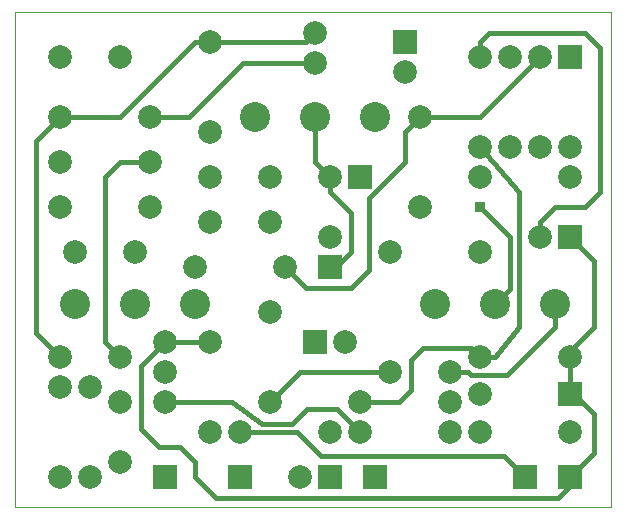
<source format=gtl>
G75*
%MOIN*%
%OFA0B0*%
%FSLAX25Y25*%
%IPPOS*%
%LPD*%
%AMOC8*
5,1,8,0,0,1.08239X$1,22.5*
%
%ADD10C,0.00000*%
%ADD11C,0.07874*%
%ADD12R,0.07874X0.07874*%
%ADD13C,0.10000*%
%ADD14C,0.01600*%
%ADD15R,0.03762X0.03762*%
D10*
X0001800Y0001800D02*
X0001800Y0166761D01*
X0200501Y0166761D01*
X0200501Y0001800D01*
X0001800Y0001800D01*
D11*
X0016800Y0011800D03*
X0026800Y0011800D03*
X0036800Y0016800D03*
X0036800Y0036800D03*
X0026800Y0041800D03*
X0016800Y0041800D03*
X0016800Y0051800D03*
X0036800Y0051800D03*
X0051800Y0046800D03*
X0051800Y0036800D03*
X0066800Y0026800D03*
X0076800Y0026800D03*
X0086800Y0036800D03*
X0106800Y0026800D03*
X0116800Y0026800D03*
X0116800Y0036800D03*
X0126800Y0046800D03*
X0111800Y0056800D03*
X0086800Y0066800D03*
X0091800Y0081800D03*
X0106800Y0091800D03*
X0126800Y0086800D03*
X0136800Y0101800D03*
X0156800Y0111800D03*
X0156800Y0121800D03*
X0166800Y0121800D03*
X0176800Y0121800D03*
X0186800Y0121800D03*
X0186800Y0111800D03*
X0176800Y0091800D03*
X0156800Y0086800D03*
X0156800Y0051800D03*
X0146800Y0046800D03*
X0156800Y0039300D03*
X0146800Y0036800D03*
X0146800Y0026800D03*
X0156800Y0026800D03*
X0186800Y0026800D03*
X0186800Y0051800D03*
X0106800Y0111800D03*
X0086800Y0111800D03*
X0086800Y0096800D03*
X0066800Y0096800D03*
X0066800Y0111800D03*
X0066800Y0126800D03*
X0046800Y0131800D03*
X0046800Y0116800D03*
X0046800Y0101800D03*
X0041800Y0086800D03*
X0021800Y0086800D03*
X0016800Y0101800D03*
X0016800Y0116800D03*
X0016800Y0131800D03*
X0016800Y0151800D03*
X0036800Y0151800D03*
X0066800Y0156800D03*
X0101800Y0159800D03*
X0101800Y0149800D03*
X0131800Y0146800D03*
X0136800Y0131800D03*
X0156800Y0151800D03*
X0166800Y0151800D03*
X0176800Y0151800D03*
X0061800Y0081800D03*
X0066800Y0056800D03*
X0051800Y0056800D03*
X0096800Y0011800D03*
D12*
X0106800Y0011800D03*
X0121800Y0011800D03*
X0076800Y0011800D03*
X0051800Y0011800D03*
X0101800Y0056800D03*
X0106800Y0081800D03*
X0116800Y0111800D03*
X0131800Y0156800D03*
X0186800Y0151800D03*
X0186800Y0091800D03*
X0186800Y0039300D03*
X0186800Y0011800D03*
X0171800Y0011800D03*
D13*
X0161800Y0069300D03*
X0141800Y0069300D03*
X0181800Y0069300D03*
X0121800Y0131800D03*
X0101800Y0131800D03*
X0081800Y0131800D03*
X0061800Y0069300D03*
X0041800Y0069300D03*
X0021800Y0069300D03*
D14*
X0008800Y0059800D02*
X0008800Y0123800D01*
X0016800Y0131800D01*
X0036800Y0131800D01*
X0061800Y0156800D01*
X0066800Y0156800D01*
X0098800Y0156800D01*
X0101800Y0159800D01*
X0101800Y0149800D02*
X0077800Y0149800D01*
X0059800Y0131800D01*
X0046800Y0131800D01*
X0046800Y0116800D02*
X0036800Y0116800D01*
X0031800Y0111800D01*
X0031800Y0056800D01*
X0036800Y0051800D01*
X0043800Y0048800D02*
X0043800Y0027800D01*
X0049800Y0021800D01*
X0056800Y0021800D01*
X0061800Y0016800D01*
X0061800Y0011800D01*
X0068800Y0004800D01*
X0182800Y0004800D01*
X0186800Y0008800D01*
X0186800Y0011800D01*
X0194800Y0019800D01*
X0194800Y0032800D01*
X0188300Y0039300D01*
X0186800Y0039300D01*
X0186800Y0051800D01*
X0186800Y0053800D01*
X0194800Y0061800D01*
X0194800Y0083800D01*
X0186800Y0091800D01*
X0176800Y0091800D02*
X0176800Y0096800D01*
X0181800Y0101800D01*
X0191800Y0101800D01*
X0196800Y0106800D01*
X0196800Y0154800D01*
X0191800Y0159800D01*
X0159800Y0159800D01*
X0156800Y0156800D01*
X0156800Y0151800D01*
X0156800Y0131800D02*
X0176800Y0151800D01*
X0156800Y0131800D02*
X0136800Y0131800D01*
X0131800Y0126800D01*
X0131800Y0116800D01*
X0119800Y0104800D01*
X0119800Y0080800D01*
X0113800Y0074800D01*
X0098800Y0074800D01*
X0091800Y0081800D01*
X0106800Y0081800D02*
X0108800Y0081800D01*
X0113800Y0086800D01*
X0113800Y0099800D01*
X0106800Y0106800D01*
X0106800Y0111800D01*
X0101800Y0116800D01*
X0101800Y0131800D01*
X0156800Y0121800D02*
X0169800Y0106800D01*
X0169800Y0061800D01*
X0161800Y0051800D01*
X0156800Y0051800D01*
X0153800Y0054800D01*
X0137800Y0054800D01*
X0133800Y0050800D01*
X0133800Y0040800D01*
X0129800Y0036800D01*
X0116800Y0036800D01*
X0109300Y0034300D02*
X0116800Y0026800D01*
X0109300Y0034300D02*
X0099300Y0034300D01*
X0094300Y0029300D01*
X0084300Y0029300D01*
X0074300Y0036800D01*
X0051800Y0036800D01*
X0043800Y0048800D02*
X0051800Y0056800D01*
X0066800Y0056800D01*
X0086800Y0036800D02*
X0096800Y0046800D01*
X0126800Y0046800D01*
X0146800Y0046800D02*
X0152800Y0046800D01*
X0153800Y0045800D01*
X0165800Y0045800D01*
X0181800Y0061800D01*
X0181800Y0069300D01*
X0166800Y0074300D02*
X0166800Y0091800D01*
X0156800Y0101800D01*
X0166800Y0074300D02*
X0161800Y0069300D01*
X0164800Y0018800D02*
X0103800Y0018800D01*
X0095800Y0026800D01*
X0076800Y0026800D01*
X0016800Y0051800D02*
X0008800Y0059800D01*
X0164800Y0018800D02*
X0171800Y0011800D01*
D15*
X0156800Y0101800D03*
M02*

</source>
